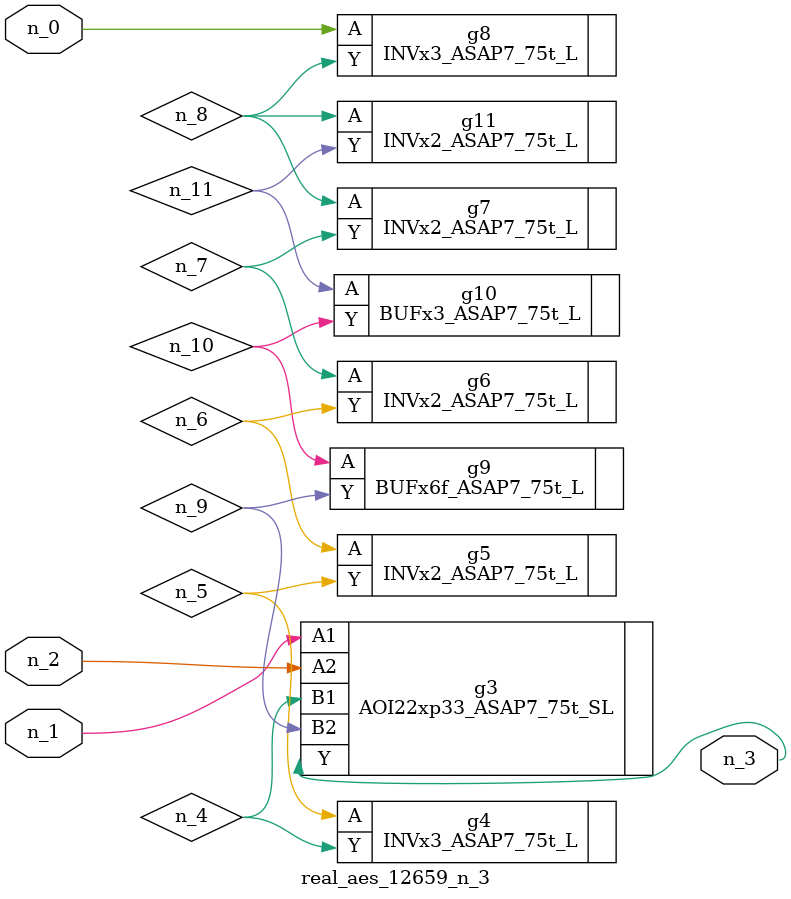
<source format=v>
module real_aes_12659_n_3 (n_0, n_2, n_1, n_3);
input n_0;
input n_2;
input n_1;
output n_3;
wire n_4;
wire n_5;
wire n_7;
wire n_9;
wire n_6;
wire n_8;
wire n_10;
wire n_11;
INVx3_ASAP7_75t_L g8 ( .A(n_0), .Y(n_8) );
AOI22xp33_ASAP7_75t_SL g3 ( .A1(n_1), .A2(n_2), .B1(n_4), .B2(n_9), .Y(n_3) );
INVx3_ASAP7_75t_L g4 ( .A(n_5), .Y(n_4) );
INVx2_ASAP7_75t_L g5 ( .A(n_6), .Y(n_5) );
INVx2_ASAP7_75t_L g6 ( .A(n_7), .Y(n_6) );
INVx2_ASAP7_75t_L g7 ( .A(n_8), .Y(n_7) );
INVx2_ASAP7_75t_L g11 ( .A(n_8), .Y(n_11) );
BUFx6f_ASAP7_75t_L g9 ( .A(n_10), .Y(n_9) );
BUFx3_ASAP7_75t_L g10 ( .A(n_11), .Y(n_10) );
endmodule
</source>
